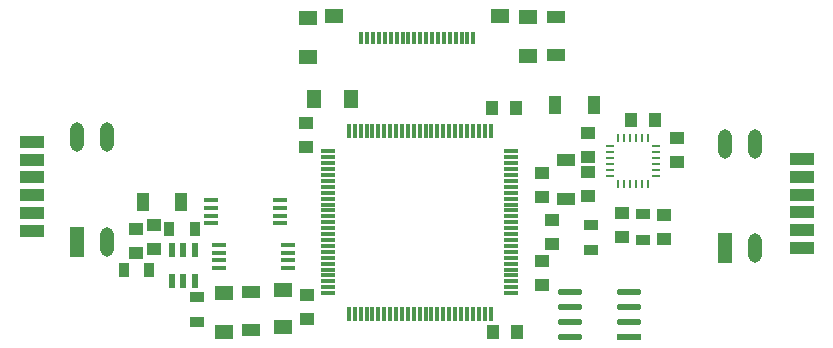
<source format=gtp>
G04*
G04 #@! TF.GenerationSoftware,Altium Limited,Altium Designer,21.3.2 (30)*
G04*
G04 Layer_Color=8421504*
%FSLAX43Y43*%
%MOMM*%
G71*
G04*
G04 #@! TF.SameCoordinates,FC902942-77D8-4BC3-8EBF-9AFE0F54990F*
G04*
G04*
G04 #@! TF.FilePolarity,Positive*
G04*
G01*
G75*
%ADD18R,1.067X1.524*%
%ADD19R,1.270X1.016*%
%ADD20R,0.300X1.000*%
%ADD21R,0.300X1.200*%
%ADD22R,0.550X1.200*%
%ADD23R,1.200X0.300*%
%ADD24R,1.575X1.270*%
%ADD25R,1.524X1.067*%
%ADD26R,2.100X0.500*%
%ADD27O,2.100X0.500*%
%ADD28R,2.000X1.000*%
%ADD29R,0.889X1.270*%
%ADD30R,1.270X0.889*%
%ADD31R,1.200X0.350*%
%ADD32R,1.016X1.270*%
%ADD33R,0.790X0.260*%
%ADD34R,0.260X0.790*%
%ADD35R,1.650X1.300*%
%ADD36R,1.626X1.194*%
%ADD37O,1.200X2.500*%
%ADD38R,1.200X2.500*%
%ADD39R,1.194X1.626*%
D18*
X35250Y61900D02*
D03*
X38502D02*
D03*
X73450Y70050D02*
D03*
X70198D02*
D03*
D19*
X36200Y59900D02*
D03*
Y57868D02*
D03*
X69050Y54868D02*
D03*
Y56900D02*
D03*
X34700Y57550D02*
D03*
Y59582D02*
D03*
X80450Y65218D02*
D03*
Y67250D02*
D03*
X72950Y65718D02*
D03*
Y67750D02*
D03*
X69050Y62318D02*
D03*
Y64350D02*
D03*
X79350Y58718D02*
D03*
Y60750D02*
D03*
X75850Y58868D02*
D03*
Y60900D02*
D03*
X72950Y64382D02*
D03*
Y62350D02*
D03*
X69900Y58350D02*
D03*
Y60382D02*
D03*
X49100Y68550D02*
D03*
Y66518D02*
D03*
X49150Y51950D02*
D03*
Y53982D02*
D03*
D20*
X56750Y75750D02*
D03*
X56250D02*
D03*
X53750D02*
D03*
X54250D02*
D03*
X54750D02*
D03*
X57250D02*
D03*
X57750D02*
D03*
X59250D02*
D03*
X59750D02*
D03*
X63250D02*
D03*
X62750D02*
D03*
X62250D02*
D03*
X61750D02*
D03*
X61250D02*
D03*
X60750D02*
D03*
X60250D02*
D03*
X58750D02*
D03*
X58250D02*
D03*
X55750D02*
D03*
X55250D02*
D03*
D21*
X56700Y67900D02*
D03*
X56200D02*
D03*
X64700Y52400D02*
D03*
X64200D02*
D03*
X63700D02*
D03*
X63200D02*
D03*
X62700D02*
D03*
X62200D02*
D03*
X61700D02*
D03*
X61200D02*
D03*
X60700D02*
D03*
X60200D02*
D03*
X59700D02*
D03*
X59200D02*
D03*
X58700D02*
D03*
X58200D02*
D03*
X57700D02*
D03*
X57200D02*
D03*
X56700D02*
D03*
X56200D02*
D03*
X55700D02*
D03*
X55200D02*
D03*
X54700D02*
D03*
X54200D02*
D03*
X53700D02*
D03*
X53200D02*
D03*
X52700Y67900D02*
D03*
X53200D02*
D03*
X53700D02*
D03*
X54200D02*
D03*
X54700D02*
D03*
X55200D02*
D03*
X55700D02*
D03*
X57200D02*
D03*
X57700D02*
D03*
X58200D02*
D03*
X58700D02*
D03*
X59200D02*
D03*
X59700D02*
D03*
X60200D02*
D03*
X60700D02*
D03*
X61200D02*
D03*
X61700D02*
D03*
X62200D02*
D03*
X62700D02*
D03*
X63200D02*
D03*
X63700D02*
D03*
X64200D02*
D03*
X64700D02*
D03*
X52700Y52400D02*
D03*
D22*
X38700Y57800D02*
D03*
X37750D02*
D03*
X39650D02*
D03*
Y55200D02*
D03*
X38700D02*
D03*
X37750D02*
D03*
D23*
X66450Y62650D02*
D03*
X50950Y54150D02*
D03*
Y54650D02*
D03*
Y55150D02*
D03*
Y55650D02*
D03*
Y56150D02*
D03*
Y56650D02*
D03*
Y57150D02*
D03*
Y57650D02*
D03*
Y58150D02*
D03*
Y58650D02*
D03*
Y59150D02*
D03*
Y59650D02*
D03*
Y60150D02*
D03*
Y60650D02*
D03*
Y61150D02*
D03*
Y61650D02*
D03*
Y62150D02*
D03*
Y62650D02*
D03*
Y63150D02*
D03*
Y63650D02*
D03*
Y64150D02*
D03*
Y64650D02*
D03*
Y65150D02*
D03*
Y65650D02*
D03*
Y66150D02*
D03*
X66450D02*
D03*
Y65650D02*
D03*
Y65150D02*
D03*
Y64650D02*
D03*
Y64150D02*
D03*
Y63650D02*
D03*
Y63150D02*
D03*
Y62150D02*
D03*
Y61650D02*
D03*
Y61150D02*
D03*
Y60650D02*
D03*
Y60150D02*
D03*
Y59650D02*
D03*
Y59150D02*
D03*
Y58650D02*
D03*
Y58150D02*
D03*
Y57650D02*
D03*
Y57150D02*
D03*
Y56650D02*
D03*
Y56150D02*
D03*
Y55650D02*
D03*
Y55150D02*
D03*
Y54650D02*
D03*
Y54150D02*
D03*
D24*
X67850Y77500D02*
D03*
Y74198D02*
D03*
X49250Y74148D02*
D03*
Y77450D02*
D03*
X42150Y54200D02*
D03*
Y50898D02*
D03*
D25*
X70250Y74298D02*
D03*
Y77550D02*
D03*
X71100Y62148D02*
D03*
Y65400D02*
D03*
X44450Y51000D02*
D03*
Y54252D02*
D03*
D26*
X76400Y50460D02*
D03*
D27*
Y51730D02*
D03*
Y53000D02*
D03*
Y54270D02*
D03*
X71400Y50460D02*
D03*
Y51730D02*
D03*
Y53000D02*
D03*
Y54270D02*
D03*
D28*
X25850Y59450D02*
D03*
Y60950D02*
D03*
Y62450D02*
D03*
Y63950D02*
D03*
Y65450D02*
D03*
Y66950D02*
D03*
X91050Y65500D02*
D03*
Y64000D02*
D03*
Y62500D02*
D03*
Y61000D02*
D03*
Y59500D02*
D03*
Y58000D02*
D03*
D29*
X33637Y56100D02*
D03*
X35796D02*
D03*
X37486Y59550D02*
D03*
X39646D02*
D03*
D30*
X39850Y51687D02*
D03*
Y53846D02*
D03*
X77600Y58654D02*
D03*
Y60813D02*
D03*
X73200Y57786D02*
D03*
Y59945D02*
D03*
D31*
X47575Y56275D02*
D03*
Y56925D02*
D03*
Y57575D02*
D03*
Y58225D02*
D03*
X41725D02*
D03*
Y57575D02*
D03*
Y56925D02*
D03*
Y56275D02*
D03*
X46875Y60075D02*
D03*
Y60725D02*
D03*
Y61375D02*
D03*
Y62025D02*
D03*
X41025D02*
D03*
Y61375D02*
D03*
Y60725D02*
D03*
Y60075D02*
D03*
D32*
X78600Y68850D02*
D03*
X76568D02*
D03*
X66900Y50850D02*
D03*
X64868D02*
D03*
X66850Y69850D02*
D03*
X64818D02*
D03*
D33*
X74780Y64080D02*
D03*
Y64580D02*
D03*
Y65080D02*
D03*
Y65580D02*
D03*
Y66080D02*
D03*
Y66580D02*
D03*
X78720D02*
D03*
Y66080D02*
D03*
Y65580D02*
D03*
Y65080D02*
D03*
Y64580D02*
D03*
Y64080D02*
D03*
D34*
X75500Y67300D02*
D03*
X76000D02*
D03*
X76500D02*
D03*
X77000D02*
D03*
X77500D02*
D03*
X78000D02*
D03*
Y63360D02*
D03*
X77500D02*
D03*
X77000D02*
D03*
X76500D02*
D03*
X76000D02*
D03*
X75500D02*
D03*
D35*
X65525Y77650D02*
D03*
X51475D02*
D03*
D36*
X47150Y51314D02*
D03*
Y54438D02*
D03*
D37*
X29660Y67350D02*
D03*
X32200D02*
D03*
Y58500D02*
D03*
X84550Y66800D02*
D03*
X87090D02*
D03*
Y57950D02*
D03*
D38*
X29660Y58500D02*
D03*
X84550Y57950D02*
D03*
D39*
X49764Y70550D02*
D03*
X52888D02*
D03*
M02*

</source>
